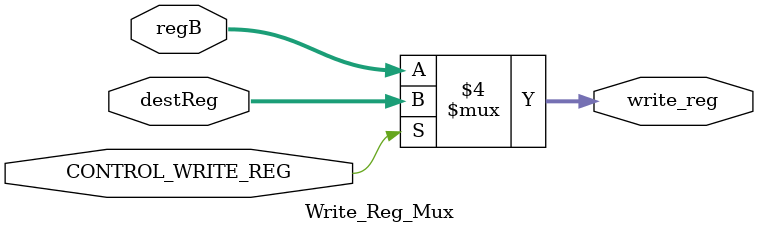
<source format=v>
module Write_Reg_Mux(
    input [2:0] regB,               // writeReg = 0
    input [2:0] destReg,            // writeReg = 1
    input CONTROL_WRITE_REG,

    output reg [2:0] write_reg
);
 
    always @(CONTROL_WRITE_REG, destReg, regB) begin
        if (CONTROL_WRITE_REG == 1) begin   // use destReg
            write_reg <= destReg;
        end
        else begin
            write_reg <= regB;
        end
    end

endmodule

</source>
